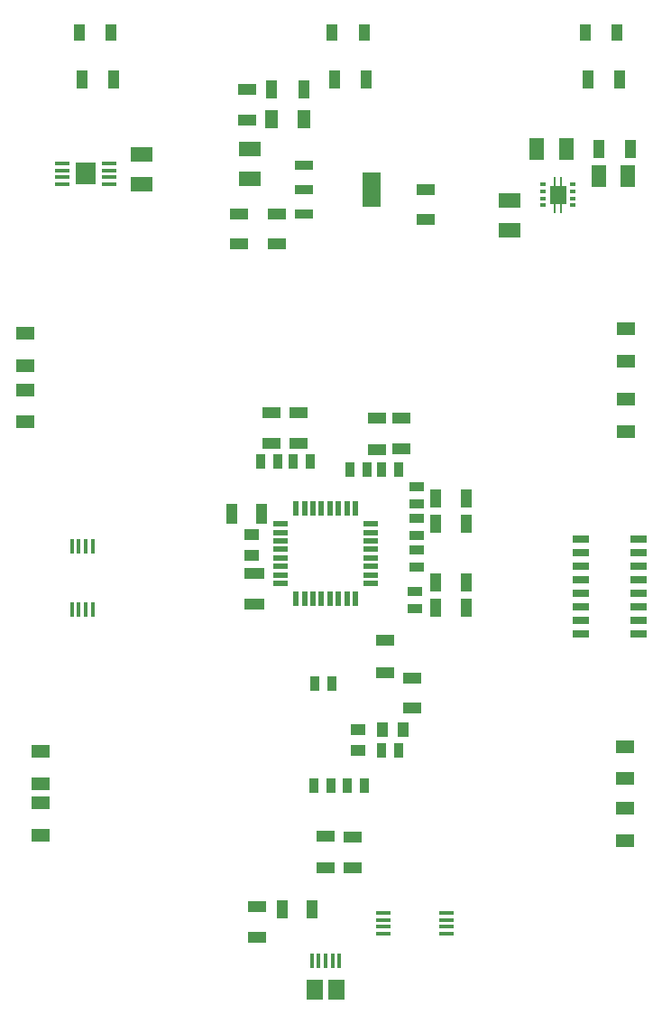
<source format=gtp>
G04 #@! TF.GenerationSoftware,KiCad,Pcbnew,(5.1.9)-1*
G04 #@! TF.CreationDate,2021-05-01T17:45:06+02:00*
G04 #@! TF.ProjectId,sh_control,73685f63-6f6e-4747-926f-6c2e6b696361,3.2*
G04 #@! TF.SameCoordinates,Original*
G04 #@! TF.FileFunction,Paste,Top*
G04 #@! TF.FilePolarity,Positive*
%FSLAX46Y46*%
G04 Gerber Fmt 4.6, Leading zero omitted, Abs format (unit mm)*
G04 Created by KiCad (PCBNEW (5.1.9)-1) date 2021-05-01 17:45:06*
%MOMM*%
%LPD*%
G01*
G04 APERTURE LIST*
%ADD10R,1.700000X1.100000*%
%ADD11R,1.800000X1.200000*%
%ADD12R,0.960000X1.390000*%
%ADD13R,1.100000X1.700000*%
%ADD14R,1.400000X1.050000*%
%ADD15R,1.050000X1.800000*%
%ADD16R,1.050000X1.400000*%
%ADD17R,1.800000X1.050000*%
%ADD18R,1.200000X1.800000*%
%ADD19R,1.500000X1.900000*%
%ADD20R,0.400000X1.350000*%
%ADD21R,0.450000X1.475000*%
%ADD22R,1.525000X0.650000*%
%ADD23R,1.475000X0.600000*%
%ADD24R,0.600000X1.475000*%
%ADD25R,1.846000X2.150000*%
%ADD26R,1.400000X0.450000*%
%ADD27R,0.230000X0.825000*%
%ADD28R,1.500000X1.750000*%
%ADD29R,0.600000X0.310000*%
%ADD30R,1.750000X3.200000*%
%ADD31R,1.750000X0.950000*%
%ADD32R,1.475000X0.450000*%
%ADD33R,1.100000X1.550000*%
%ADD34R,1.390000X0.960000*%
%ADD35R,1.030000X1.870000*%
%ADD36R,1.870000X1.030000*%
%ADD37R,1.820000X1.020000*%
%ADD38R,1.020000X1.820000*%
%ADD39R,2.110000X1.350000*%
%ADD40R,1.350000X2.110000*%
%ADD41R,1.820000X1.050000*%
G04 APERTURE END LIST*
D10*
X149860000Y-75268000D03*
X149860000Y-72368000D03*
D11*
X183134000Y-71120000D03*
X183134000Y-74120000D03*
X183007000Y-109474000D03*
X183007000Y-112474000D03*
X183134000Y-67516000D03*
X183134000Y-64516000D03*
X183007000Y-106680000D03*
X183007000Y-103680000D03*
D10*
X152400000Y-75268000D03*
X152400000Y-72368000D03*
X159766000Y-75819000D03*
X159766000Y-72919000D03*
X162052000Y-75798000D03*
X162052000Y-72898000D03*
D12*
X150416000Y-76962000D03*
X148796000Y-76962000D03*
X158846000Y-77724000D03*
X157226000Y-77724000D03*
X151892000Y-76962000D03*
X153512000Y-76962000D03*
X160147000Y-77724000D03*
X161767000Y-77724000D03*
D11*
X126746000Y-67945000D03*
X126746000Y-64945000D03*
X128143000Y-107164000D03*
X128143000Y-104164000D03*
X126746000Y-70231000D03*
X126746000Y-73231000D03*
X128143000Y-108990000D03*
X128143000Y-111990000D03*
D13*
X165227000Y-80391000D03*
X168127000Y-80391000D03*
X165227000Y-82804000D03*
X168127000Y-82804000D03*
X165227000Y-88265000D03*
X168127000Y-88265000D03*
X165248000Y-90678000D03*
X168148000Y-90678000D03*
D14*
X147955000Y-85720000D03*
X147955000Y-83820000D03*
D15*
X182529000Y-41148000D03*
X179529000Y-41148000D03*
X158780000Y-41148000D03*
X155780000Y-41148000D03*
X135031000Y-41148000D03*
X132031000Y-41148000D03*
D16*
X162174000Y-102108000D03*
X160274000Y-102108000D03*
D17*
X160528000Y-96726000D03*
X160528000Y-93726000D03*
D15*
X149864000Y-42064000D03*
X152864000Y-42064000D03*
D18*
X152864000Y-44858000D03*
X149864000Y-44858000D03*
D14*
X157988000Y-104013000D03*
X157988000Y-102113000D03*
D10*
X147530000Y-42064000D03*
X147530000Y-44964000D03*
X154940000Y-115021360D03*
X154940000Y-112121360D03*
X157480000Y-115030000D03*
X157480000Y-112130000D03*
D15*
X180550000Y-47652000D03*
X183550000Y-47652000D03*
D10*
X148531580Y-121566260D03*
X148531580Y-118666260D03*
D19*
X153940000Y-126459500D03*
D20*
X154940000Y-123759500D03*
X155590000Y-123759500D03*
X156240000Y-123759500D03*
X153640000Y-123759500D03*
X154290000Y-123759500D03*
D19*
X155940000Y-126459500D03*
D21*
X133055000Y-90822000D03*
X132405000Y-90822000D03*
X131755000Y-90822000D03*
X131105000Y-90822000D03*
X131105000Y-84946000D03*
X131755000Y-84946000D03*
X132405000Y-84946000D03*
X133055000Y-84946000D03*
D22*
X178898000Y-93091000D03*
X178898000Y-91821000D03*
X178898000Y-90551000D03*
X178898000Y-89281000D03*
X178898000Y-88011000D03*
X178898000Y-86741000D03*
X178898000Y-85471000D03*
X178898000Y-84201000D03*
X184322000Y-84201000D03*
X184322000Y-85471000D03*
X184322000Y-86741000D03*
X184322000Y-88011000D03*
X184322000Y-89281000D03*
X184322000Y-90551000D03*
X184322000Y-91821000D03*
X184322000Y-93091000D03*
D23*
X150702000Y-88398000D03*
X150702000Y-87598000D03*
X150702000Y-86798000D03*
X150702000Y-85998000D03*
X150702000Y-85198000D03*
X150702000Y-84398000D03*
X150702000Y-83598000D03*
X150702000Y-82798000D03*
D24*
X152140000Y-81360000D03*
X152940000Y-81360000D03*
X153740000Y-81360000D03*
X154540000Y-81360000D03*
X155340000Y-81360000D03*
X156140000Y-81360000D03*
X156940000Y-81360000D03*
X157740000Y-81360000D03*
D23*
X159178000Y-82798000D03*
X159178000Y-83598000D03*
X159178000Y-84398000D03*
X159178000Y-85198000D03*
X159178000Y-85998000D03*
X159178000Y-86798000D03*
X159178000Y-87598000D03*
X159178000Y-88398000D03*
D24*
X157740000Y-89836000D03*
X156940000Y-89836000D03*
X156140000Y-89836000D03*
X155340000Y-89836000D03*
X154540000Y-89836000D03*
X153740000Y-89836000D03*
X152940000Y-89836000D03*
X152140000Y-89836000D03*
D25*
X132376000Y-49979000D03*
D26*
X134576000Y-49004000D03*
X134576000Y-49654000D03*
X134576000Y-50304000D03*
X134576000Y-50954000D03*
X130176000Y-50954000D03*
X130176000Y-50304000D03*
X130176000Y-49654000D03*
X130176000Y-49004000D03*
D27*
X177065000Y-53258000D03*
X176415000Y-53258000D03*
X177065000Y-50682000D03*
X176415000Y-50682000D03*
D28*
X176740000Y-51970000D03*
D29*
X178140000Y-50995000D03*
X178140000Y-51645000D03*
X178140000Y-52295000D03*
X178140000Y-52945000D03*
X175340000Y-52945000D03*
X175340000Y-52295000D03*
X175340000Y-51645000D03*
X175340000Y-50995000D03*
D30*
X159214000Y-51462000D03*
D31*
X152914000Y-53762000D03*
X152914000Y-51462000D03*
X152914000Y-49162000D03*
D32*
X166260000Y-119294000D03*
X166260000Y-119944000D03*
X166260000Y-120594000D03*
X166260000Y-121244000D03*
X160384000Y-121244000D03*
X160384000Y-120594000D03*
X160384000Y-119944000D03*
X160384000Y-119294000D03*
D33*
X182304000Y-36730000D03*
X179304000Y-36730000D03*
X158555000Y-36730000D03*
X155555000Y-36730000D03*
X134806000Y-36730000D03*
X131806000Y-36730000D03*
D34*
X163449000Y-80899000D03*
X163449000Y-79279000D03*
X163449000Y-86868000D03*
X163449000Y-85248000D03*
X163449000Y-82296000D03*
X163449000Y-83916000D03*
X163322000Y-89106000D03*
X163322000Y-90726000D03*
D35*
X148953500Y-81851500D03*
X146113500Y-81851500D03*
D36*
X148272500Y-90297000D03*
X148272500Y-87457000D03*
D12*
X160147000Y-104013000D03*
X161767000Y-104013000D03*
X153876000Y-97790000D03*
X155496000Y-97790000D03*
D37*
X163068000Y-100076000D03*
X163068000Y-97276000D03*
X164294000Y-54262000D03*
X164294000Y-51462000D03*
D38*
X150849680Y-118920260D03*
X153649680Y-118920260D03*
D39*
X172168000Y-55272000D03*
X172168000Y-52512000D03*
D40*
X177502000Y-47652000D03*
X174742000Y-47652000D03*
D12*
X156972000Y-107315000D03*
X158592000Y-107315000D03*
D37*
X146768000Y-56542000D03*
X146768000Y-53742000D03*
D12*
X155448000Y-107315000D03*
X153828000Y-107315000D03*
D41*
X150324000Y-56542000D03*
X150324000Y-53762000D03*
D39*
X147784000Y-47686000D03*
X147784000Y-50446000D03*
X137624000Y-50954000D03*
X137624000Y-48194000D03*
D40*
X183310000Y-50192000D03*
X180550000Y-50192000D03*
M02*

</source>
